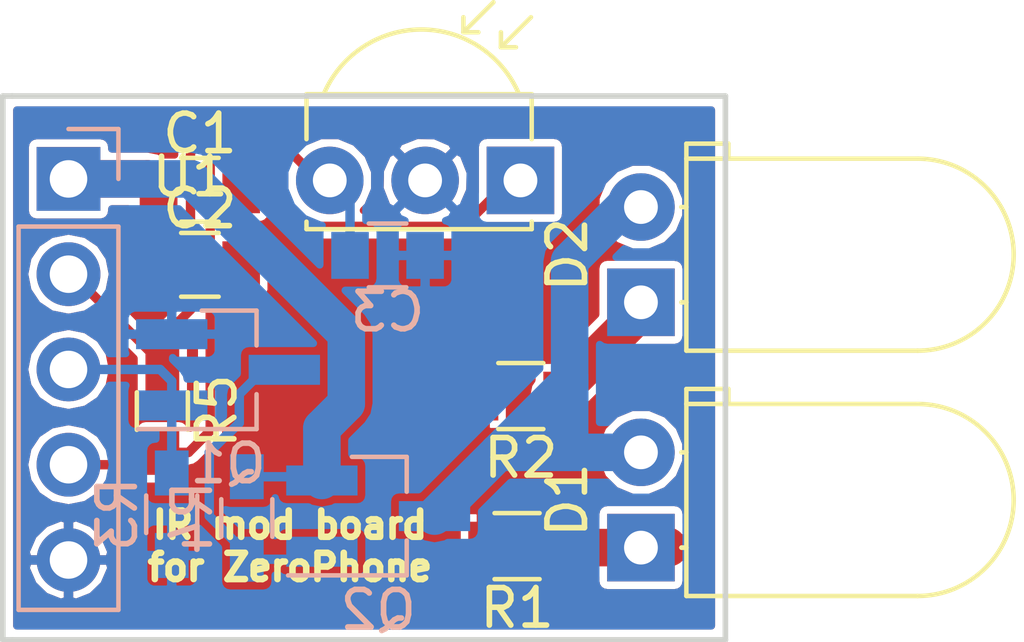
<source format=kicad_pcb>
(kicad_pcb (version 4) (host pcbnew 4.0.6)

  (general
    (links 25)
    (no_connects 0)
    (area 120.224999 99.739999 158.255 118.215)
    (thickness 1.6)
    (drawings 7)
    (tracks 69)
    (zones 0)
    (modules 14)
    (nets 10)
  )

  (page A4)
  (layers
    (0 F.Cu signal)
    (31 B.Cu signal)
    (32 B.Adhes user)
    (33 F.Adhes user)
    (34 B.Paste user)
    (35 F.Paste user)
    (36 B.SilkS user)
    (37 F.SilkS user)
    (38 B.Mask user)
    (39 F.Mask user)
    (40 Dwgs.User user)
    (41 Cmts.User user)
    (42 Eco1.User user)
    (43 Eco2.User user)
    (44 Edge.Cuts user)
    (45 Margin user)
    (46 B.CrtYd user hide)
    (47 F.CrtYd user hide)
    (48 B.Fab user hide)
    (49 F.Fab user hide)
  )

  (setup
    (last_trace_width 1)
    (user_trace_width 0.5)
    (user_trace_width 0.8)
    (user_trace_width 1)
    (trace_clearance 0.2)
    (zone_clearance 0.2)
    (zone_45_only no)
    (trace_min 0.2)
    (segment_width 0.2)
    (edge_width 0.15)
    (via_size 0.6)
    (via_drill 0.4)
    (via_min_size 0.4)
    (via_min_drill 0.3)
    (uvia_size 0.3)
    (uvia_drill 0.1)
    (uvias_allowed no)
    (uvia_min_size 0.2)
    (uvia_min_drill 0.1)
    (pcb_text_width 0.3)
    (pcb_text_size 1.5 1.5)
    (mod_edge_width 0.15)
    (mod_text_size 1 1)
    (mod_text_width 0.15)
    (pad_size 1 1.25)
    (pad_drill 0)
    (pad_to_mask_clearance 0.2)
    (aux_axis_origin 128.6 102.1)
    (visible_elements 7FFFFFFF)
    (pcbplotparams
      (layerselection 0x010f0_80000001)
      (usegerberextensions true)
      (usegerberattributes true)
      (excludeedgelayer true)
      (linewidth 0.100000)
      (plotframeref false)
      (viasonmask false)
      (mode 1)
      (useauxorigin true)
      (hpglpennumber 1)
      (hpglpenspeed 20)
      (hpglpendiameter 15)
      (hpglpenoverlay 2)
      (psnegative false)
      (psa4output false)
      (plotreference false)
      (plotvalue false)
      (plotinvisibletext false)
      (padsonsilk false)
      (subtractmaskfromsilk false)
      (outputformat 1)
      (mirror false)
      (drillshape 0)
      (scaleselection 1)
      (outputdirectory gerbers/))
  )

  (net 0 "")
  (net 1 VCC)
  (net 2 GND)
  (net 3 +3V3)
  (net 4 "Net-(D1-Pad1)")
  (net 5 "Net-(D1-Pad2)")
  (net 6 "Net-(D2-Pad1)")
  (net 7 IR_TX)
  (net 8 IR_RX)
  (net 9 "Net-(Q1-Pad3)")

  (net_class Default "This is the default net class."
    (clearance 0.2)
    (trace_width 0.25)
    (via_dia 0.6)
    (via_drill 0.4)
    (uvia_dia 0.3)
    (uvia_drill 0.1)
    (add_net +3V3)
    (add_net GND)
    (add_net IR_RX)
    (add_net IR_TX)
    (add_net "Net-(D1-Pad1)")
    (add_net "Net-(D1-Pad2)")
    (add_net "Net-(D2-Pad1)")
    (add_net "Net-(Q1-Pad3)")
    (add_net VCC)
  )

  (module Capacitors_SMD:C_0805 (layer F.Cu) (tedit 5992FB34) (tstamp 5992F155)
    (at 134.5 105)
    (descr "Capacitor SMD 0805, reflow soldering, AVX (see smccp.pdf)")
    (tags "capacitor 0805")
    (path /5992F338)
    (attr smd)
    (fp_text reference C1 (at 0 -1.5) (layer F.SilkS)
      (effects (font (size 1 1) (thickness 0.15)))
    )
    (fp_text value C_Small (at 0 1.75) (layer F.Fab)
      (effects (font (size 1 1) (thickness 0.15)))
    )
    (fp_text user %R (at 0 -1.5) (layer F.Fab)
      (effects (font (size 1 1) (thickness 0.15)))
    )
    (fp_line (start -1 0.62) (end -1 -0.62) (layer F.Fab) (width 0.1))
    (fp_line (start 1 0.62) (end -1 0.62) (layer F.Fab) (width 0.1))
    (fp_line (start 1 -0.62) (end 1 0.62) (layer F.Fab) (width 0.1))
    (fp_line (start -1 -0.62) (end 1 -0.62) (layer F.Fab) (width 0.1))
    (fp_line (start 0.5 -0.85) (end -0.5 -0.85) (layer F.SilkS) (width 0.12))
    (fp_line (start -0.5 0.85) (end 0.5 0.85) (layer F.SilkS) (width 0.12))
    (fp_line (start -1.75 -0.88) (end 1.75 -0.88) (layer F.CrtYd) (width 0.05))
    (fp_line (start -1.75 -0.88) (end -1.75 0.87) (layer F.CrtYd) (width 0.05))
    (fp_line (start 1.75 0.87) (end 1.75 -0.88) (layer F.CrtYd) (width 0.05))
    (fp_line (start 1.75 0.87) (end -1.75 0.87) (layer F.CrtYd) (width 0.05))
    (pad 1 smd rect (at -1.1 0) (size 1 1.25) (layers F.Cu F.Paste F.Mask)
      (net 1 VCC))
    (pad 2 smd rect (at 1.1 0) (size 1 1.25) (layers F.Cu F.Paste F.Mask)
      (net 2 GND))
    (model Capacitors_SMD.3dshapes/C_0805.wrl
      (at (xyz 0 0 0))
      (scale (xyz 1 1 1))
      (rotate (xyz 0 0 0))
    )
  )

  (module Capacitors_SMD:C_0805 (layer F.Cu) (tedit 5992FB2D) (tstamp 5992F15B)
    (at 134.5 107)
    (descr "Capacitor SMD 0805, reflow soldering, AVX (see smccp.pdf)")
    (tags "capacitor 0805")
    (path /5992F275)
    (attr smd)
    (fp_text reference C2 (at 0 -1.5) (layer F.SilkS)
      (effects (font (size 1 1) (thickness 0.15)))
    )
    (fp_text value C_Small (at 0 1.75) (layer F.Fab)
      (effects (font (size 1 1) (thickness 0.15)))
    )
    (fp_text user %R (at 0 -1.5) (layer F.Fab)
      (effects (font (size 1 1) (thickness 0.15)))
    )
    (fp_line (start -1 0.62) (end -1 -0.62) (layer F.Fab) (width 0.1))
    (fp_line (start 1 0.62) (end -1 0.62) (layer F.Fab) (width 0.1))
    (fp_line (start 1 -0.62) (end 1 0.62) (layer F.Fab) (width 0.1))
    (fp_line (start -1 -0.62) (end 1 -0.62) (layer F.Fab) (width 0.1))
    (fp_line (start 0.5 -0.85) (end -0.5 -0.85) (layer F.SilkS) (width 0.12))
    (fp_line (start -0.5 0.85) (end 0.5 0.85) (layer F.SilkS) (width 0.12))
    (fp_line (start -1.75 -0.88) (end 1.75 -0.88) (layer F.CrtYd) (width 0.05))
    (fp_line (start -1.75 -0.88) (end -1.75 0.87) (layer F.CrtYd) (width 0.05))
    (fp_line (start 1.75 0.87) (end 1.75 -0.88) (layer F.CrtYd) (width 0.05))
    (fp_line (start 1.75 0.87) (end -1.75 0.87) (layer F.CrtYd) (width 0.05))
    (pad 1 smd rect (at -1.1 0) (size 1 1.25) (layers F.Cu F.Paste F.Mask)
      (net 1 VCC))
    (pad 2 smd rect (at 1.1 0) (size 1 1.25) (layers F.Cu F.Paste F.Mask)
      (net 2 GND))
    (model Capacitors_SMD.3dshapes/C_0805.wrl
      (at (xyz 0 0 0))
      (scale (xyz 1 1 1))
      (rotate (xyz 0 0 0))
    )
  )

  (module LEDs:LED_D5.0mm_Horizontal_O1.27mm_Z3.0mm (layer F.Cu) (tedit 5880A862) (tstamp 5992F161)
    (at 146.25 114.54 90)
    (descr "LED, diameter 5.0mm z-position of LED center 3.0mm, 2 pins")
    (tags "LED diameter 5.0mm z-position of LED center 3.0mm 2 pins")
    (path /5992EDD3)
    (fp_text reference D1 (at 1.27 -1.96 90) (layer F.SilkS)
      (effects (font (size 1 1) (thickness 0.15)))
    )
    (fp_text value LED (at 1.27 10.93 90) (layer F.Fab)
      (effects (font (size 1 1) (thickness 0.15)))
    )
    (fp_arc (start 1.27 7.37) (end -1.23 7.37) (angle -180) (layer F.Fab) (width 0.1))
    (fp_arc (start 1.27 7.37) (end -1.29 7.37) (angle -180) (layer F.SilkS) (width 0.12))
    (fp_line (start -1.23 1.27) (end -1.23 7.37) (layer F.Fab) (width 0.1))
    (fp_line (start 3.77 1.27) (end 3.77 7.37) (layer F.Fab) (width 0.1))
    (fp_line (start -1.23 1.27) (end 3.77 1.27) (layer F.Fab) (width 0.1))
    (fp_line (start 4.17 1.27) (end 4.17 2.27) (layer F.Fab) (width 0.1))
    (fp_line (start 4.17 2.27) (end 3.77 2.27) (layer F.Fab) (width 0.1))
    (fp_line (start 3.77 2.27) (end 3.77 1.27) (layer F.Fab) (width 0.1))
    (fp_line (start 3.77 1.27) (end 4.17 1.27) (layer F.Fab) (width 0.1))
    (fp_line (start 0 0) (end 0 1.27) (layer F.Fab) (width 0.1))
    (fp_line (start 0 1.27) (end 0 1.27) (layer F.Fab) (width 0.1))
    (fp_line (start 0 1.27) (end 0 0) (layer F.Fab) (width 0.1))
    (fp_line (start 0 0) (end 0 0) (layer F.Fab) (width 0.1))
    (fp_line (start 2.54 0) (end 2.54 1.27) (layer F.Fab) (width 0.1))
    (fp_line (start 2.54 1.27) (end 2.54 1.27) (layer F.Fab) (width 0.1))
    (fp_line (start 2.54 1.27) (end 2.54 0) (layer F.Fab) (width 0.1))
    (fp_line (start 2.54 0) (end 2.54 0) (layer F.Fab) (width 0.1))
    (fp_line (start -1.29 1.21) (end -1.29 7.37) (layer F.SilkS) (width 0.12))
    (fp_line (start 3.83 1.21) (end 3.83 7.37) (layer F.SilkS) (width 0.12))
    (fp_line (start -1.29 1.21) (end 3.83 1.21) (layer F.SilkS) (width 0.12))
    (fp_line (start 4.23 1.21) (end 4.23 2.33) (layer F.SilkS) (width 0.12))
    (fp_line (start 4.23 2.33) (end 3.83 2.33) (layer F.SilkS) (width 0.12))
    (fp_line (start 3.83 2.33) (end 3.83 1.21) (layer F.SilkS) (width 0.12))
    (fp_line (start 3.83 1.21) (end 4.23 1.21) (layer F.SilkS) (width 0.12))
    (fp_line (start 0 1.08) (end 0 1.21) (layer F.SilkS) (width 0.12))
    (fp_line (start 0 1.21) (end 0 1.21) (layer F.SilkS) (width 0.12))
    (fp_line (start 0 1.21) (end 0 1.08) (layer F.SilkS) (width 0.12))
    (fp_line (start 0 1.08) (end 0 1.08) (layer F.SilkS) (width 0.12))
    (fp_line (start 2.54 1.08) (end 2.54 1.21) (layer F.SilkS) (width 0.12))
    (fp_line (start 2.54 1.21) (end 2.54 1.21) (layer F.SilkS) (width 0.12))
    (fp_line (start 2.54 1.21) (end 2.54 1.08) (layer F.SilkS) (width 0.12))
    (fp_line (start 2.54 1.08) (end 2.54 1.08) (layer F.SilkS) (width 0.12))
    (fp_line (start -1.95 -1.25) (end -1.95 10.2) (layer F.CrtYd) (width 0.05))
    (fp_line (start -1.95 10.2) (end 4.5 10.2) (layer F.CrtYd) (width 0.05))
    (fp_line (start 4.5 10.2) (end 4.5 -1.25) (layer F.CrtYd) (width 0.05))
    (fp_line (start 4.5 -1.25) (end -1.95 -1.25) (layer F.CrtYd) (width 0.05))
    (pad 1 thru_hole rect (at 0 0 90) (size 1.8 1.8) (drill 0.9) (layers *.Cu *.Mask)
      (net 4 "Net-(D1-Pad1)"))
    (pad 2 thru_hole circle (at 2.54 0 90) (size 1.8 1.8) (drill 0.9) (layers *.Cu *.Mask)
      (net 5 "Net-(D1-Pad2)"))
    (model ${KISYS3DMOD}/LEDs.3dshapes/LED_D5.0mm_Horizontal_O1.27mm_Z3.0mm.wrl
      (at (xyz 0 0 0))
      (scale (xyz 0.393701 0.393701 0.393701))
      (rotate (xyz 0 0 0))
    )
  )

  (module LEDs:LED_D5.0mm_Horizontal_O1.27mm_Z3.0mm (layer F.Cu) (tedit 5880A862) (tstamp 5992F167)
    (at 146.25 108 90)
    (descr "LED, diameter 5.0mm z-position of LED center 3.0mm, 2 pins")
    (tags "LED diameter 5.0mm z-position of LED center 3.0mm 2 pins")
    (path /5992EE73)
    (fp_text reference D2 (at 1.27 -1.96 90) (layer F.SilkS)
      (effects (font (size 1 1) (thickness 0.15)))
    )
    (fp_text value LED (at 1.27 10.93 90) (layer F.Fab)
      (effects (font (size 1 1) (thickness 0.15)))
    )
    (fp_arc (start 1.27 7.37) (end -1.23 7.37) (angle -180) (layer F.Fab) (width 0.1))
    (fp_arc (start 1.27 7.37) (end -1.29 7.37) (angle -180) (layer F.SilkS) (width 0.12))
    (fp_line (start -1.23 1.27) (end -1.23 7.37) (layer F.Fab) (width 0.1))
    (fp_line (start 3.77 1.27) (end 3.77 7.37) (layer F.Fab) (width 0.1))
    (fp_line (start -1.23 1.27) (end 3.77 1.27) (layer F.Fab) (width 0.1))
    (fp_line (start 4.17 1.27) (end 4.17 2.27) (layer F.Fab) (width 0.1))
    (fp_line (start 4.17 2.27) (end 3.77 2.27) (layer F.Fab) (width 0.1))
    (fp_line (start 3.77 2.27) (end 3.77 1.27) (layer F.Fab) (width 0.1))
    (fp_line (start 3.77 1.27) (end 4.17 1.27) (layer F.Fab) (width 0.1))
    (fp_line (start 0 0) (end 0 1.27) (layer F.Fab) (width 0.1))
    (fp_line (start 0 1.27) (end 0 1.27) (layer F.Fab) (width 0.1))
    (fp_line (start 0 1.27) (end 0 0) (layer F.Fab) (width 0.1))
    (fp_line (start 0 0) (end 0 0) (layer F.Fab) (width 0.1))
    (fp_line (start 2.54 0) (end 2.54 1.27) (layer F.Fab) (width 0.1))
    (fp_line (start 2.54 1.27) (end 2.54 1.27) (layer F.Fab) (width 0.1))
    (fp_line (start 2.54 1.27) (end 2.54 0) (layer F.Fab) (width 0.1))
    (fp_line (start 2.54 0) (end 2.54 0) (layer F.Fab) (width 0.1))
    (fp_line (start -1.29 1.21) (end -1.29 7.37) (layer F.SilkS) (width 0.12))
    (fp_line (start 3.83 1.21) (end 3.83 7.37) (layer F.SilkS) (width 0.12))
    (fp_line (start -1.29 1.21) (end 3.83 1.21) (layer F.SilkS) (width 0.12))
    (fp_line (start 4.23 1.21) (end 4.23 2.33) (layer F.SilkS) (width 0.12))
    (fp_line (start 4.23 2.33) (end 3.83 2.33) (layer F.SilkS) (width 0.12))
    (fp_line (start 3.83 2.33) (end 3.83 1.21) (layer F.SilkS) (width 0.12))
    (fp_line (start 3.83 1.21) (end 4.23 1.21) (layer F.SilkS) (width 0.12))
    (fp_line (start 0 1.08) (end 0 1.21) (layer F.SilkS) (width 0.12))
    (fp_line (start 0 1.21) (end 0 1.21) (layer F.SilkS) (width 0.12))
    (fp_line (start 0 1.21) (end 0 1.08) (layer F.SilkS) (width 0.12))
    (fp_line (start 0 1.08) (end 0 1.08) (layer F.SilkS) (width 0.12))
    (fp_line (start 2.54 1.08) (end 2.54 1.21) (layer F.SilkS) (width 0.12))
    (fp_line (start 2.54 1.21) (end 2.54 1.21) (layer F.SilkS) (width 0.12))
    (fp_line (start 2.54 1.21) (end 2.54 1.08) (layer F.SilkS) (width 0.12))
    (fp_line (start 2.54 1.08) (end 2.54 1.08) (layer F.SilkS) (width 0.12))
    (fp_line (start -1.95 -1.25) (end -1.95 10.2) (layer F.CrtYd) (width 0.05))
    (fp_line (start -1.95 10.2) (end 4.5 10.2) (layer F.CrtYd) (width 0.05))
    (fp_line (start 4.5 10.2) (end 4.5 -1.25) (layer F.CrtYd) (width 0.05))
    (fp_line (start 4.5 -1.25) (end -1.95 -1.25) (layer F.CrtYd) (width 0.05))
    (pad 1 thru_hole rect (at 0 0 90) (size 1.8 1.8) (drill 0.9) (layers *.Cu *.Mask)
      (net 6 "Net-(D2-Pad1)"))
    (pad 2 thru_hole circle (at 2.54 0 90) (size 1.8 1.8) (drill 0.9) (layers *.Cu *.Mask)
      (net 5 "Net-(D1-Pad2)"))
    (model ${KISYS3DMOD}/LEDs.3dshapes/LED_D5.0mm_Horizontal_O1.27mm_Z3.0mm.wrl
      (at (xyz 0 0 0))
      (scale (xyz 0.393701 0.393701 0.393701))
      (rotate (xyz 0 0 0))
    )
  )

  (module TO_SOT_Packages_SMD:SOT-23_Handsoldering (layer B.Cu) (tedit 58CE4E7E) (tstamp 5992F177)
    (at 135.25 109.8)
    (descr "SOT-23, Handsoldering")
    (tags SOT-23)
    (path /5992E8BE)
    (attr smd)
    (fp_text reference Q1 (at 0 2.5) (layer B.SilkS)
      (effects (font (size 1 1) (thickness 0.15)) (justify mirror))
    )
    (fp_text value Q_NMOS_GSD (at 0 -2.5) (layer B.Fab)
      (effects (font (size 1 1) (thickness 0.15)) (justify mirror))
    )
    (fp_text user %R (at 0 0 270) (layer B.Fab)
      (effects (font (size 0.5 0.5) (thickness 0.075)) (justify mirror))
    )
    (fp_line (start 0.76 -1.58) (end 0.76 -0.65) (layer B.SilkS) (width 0.12))
    (fp_line (start 0.76 1.58) (end 0.76 0.65) (layer B.SilkS) (width 0.12))
    (fp_line (start -2.7 1.75) (end 2.7 1.75) (layer B.CrtYd) (width 0.05))
    (fp_line (start 2.7 1.75) (end 2.7 -1.75) (layer B.CrtYd) (width 0.05))
    (fp_line (start 2.7 -1.75) (end -2.7 -1.75) (layer B.CrtYd) (width 0.05))
    (fp_line (start -2.7 -1.75) (end -2.7 1.75) (layer B.CrtYd) (width 0.05))
    (fp_line (start 0.76 1.58) (end -2.4 1.58) (layer B.SilkS) (width 0.12))
    (fp_line (start -0.7 0.95) (end -0.7 -1.5) (layer B.Fab) (width 0.1))
    (fp_line (start -0.15 1.52) (end 0.7 1.52) (layer B.Fab) (width 0.1))
    (fp_line (start -0.7 0.95) (end -0.15 1.52) (layer B.Fab) (width 0.1))
    (fp_line (start 0.7 1.52) (end 0.7 -1.52) (layer B.Fab) (width 0.1))
    (fp_line (start -0.7 -1.52) (end 0.7 -1.52) (layer B.Fab) (width 0.1))
    (fp_line (start 0.76 -1.58) (end -0.7 -1.58) (layer B.SilkS) (width 0.12))
    (pad 1 smd rect (at -1.5 0.95) (size 1.9 0.8) (layers B.Cu B.Paste B.Mask)
      (net 7 IR_TX))
    (pad 2 smd rect (at -1.5 -0.95) (size 1.9 0.8) (layers B.Cu B.Paste B.Mask)
      (net 2 GND))
    (pad 3 smd rect (at 1.5 0) (size 1.9 0.8) (layers B.Cu B.Paste B.Mask)
      (net 9 "Net-(Q1-Pad3)"))
    (model ${KISYS3DMOD}/TO_SOT_Packages_SMD.3dshapes\SOT-23.wrl
      (at (xyz 0 0 0))
      (scale (xyz 1 1 1))
      (rotate (xyz 0 0 90))
    )
  )

  (module TO_SOT_Packages_SMD:SOT-23_Handsoldering (layer B.Cu) (tedit 58CE4E7E) (tstamp 5992F17E)
    (at 139.25 113.7)
    (descr "SOT-23, Handsoldering")
    (tags SOT-23)
    (path /5992E9E8)
    (attr smd)
    (fp_text reference Q2 (at 0 2.5) (layer B.SilkS)
      (effects (font (size 1 1) (thickness 0.15)) (justify mirror))
    )
    (fp_text value Q_PMOS_GSD (at 0 -2.5) (layer B.Fab)
      (effects (font (size 1 1) (thickness 0.15)) (justify mirror))
    )
    (fp_text user %R (at 0 0 270) (layer B.Fab)
      (effects (font (size 0.5 0.5) (thickness 0.075)) (justify mirror))
    )
    (fp_line (start 0.76 -1.58) (end 0.76 -0.65) (layer B.SilkS) (width 0.12))
    (fp_line (start 0.76 1.58) (end 0.76 0.65) (layer B.SilkS) (width 0.12))
    (fp_line (start -2.7 1.75) (end 2.7 1.75) (layer B.CrtYd) (width 0.05))
    (fp_line (start 2.7 1.75) (end 2.7 -1.75) (layer B.CrtYd) (width 0.05))
    (fp_line (start 2.7 -1.75) (end -2.7 -1.75) (layer B.CrtYd) (width 0.05))
    (fp_line (start -2.7 -1.75) (end -2.7 1.75) (layer B.CrtYd) (width 0.05))
    (fp_line (start 0.76 1.58) (end -2.4 1.58) (layer B.SilkS) (width 0.12))
    (fp_line (start -0.7 0.95) (end -0.7 -1.5) (layer B.Fab) (width 0.1))
    (fp_line (start -0.15 1.52) (end 0.7 1.52) (layer B.Fab) (width 0.1))
    (fp_line (start -0.7 0.95) (end -0.15 1.52) (layer B.Fab) (width 0.1))
    (fp_line (start 0.7 1.52) (end 0.7 -1.52) (layer B.Fab) (width 0.1))
    (fp_line (start -0.7 -1.52) (end 0.7 -1.52) (layer B.Fab) (width 0.1))
    (fp_line (start 0.76 -1.58) (end -0.7 -1.58) (layer B.SilkS) (width 0.12))
    (pad 1 smd rect (at -1.5 0.95) (size 1.9 0.8) (layers B.Cu B.Paste B.Mask)
      (net 9 "Net-(Q1-Pad3)"))
    (pad 2 smd rect (at -1.5 -0.95) (size 1.9 0.8) (layers B.Cu B.Paste B.Mask)
      (net 1 VCC))
    (pad 3 smd rect (at 1.5 0) (size 1.9 0.8) (layers B.Cu B.Paste B.Mask)
      (net 5 "Net-(D1-Pad2)"))
    (model ${KISYS3DMOD}/TO_SOT_Packages_SMD.3dshapes\SOT-23.wrl
      (at (xyz 0 0 0))
      (scale (xyz 1 1 1))
      (rotate (xyz 0 0 90))
    )
  )

  (module Resistors_SMD:R_0805 (layer F.Cu) (tedit 58E0A804) (tstamp 5992F184)
    (at 142.95 114.5 180)
    (descr "Resistor SMD 0805, reflow soldering, Vishay (see dcrcw.pdf)")
    (tags "resistor 0805")
    (path /5992EE18)
    (attr smd)
    (fp_text reference R1 (at 0 -1.65 180) (layer F.SilkS)
      (effects (font (size 1 1) (thickness 0.15)))
    )
    (fp_text value R_Small (at 0 1.75 180) (layer F.Fab)
      (effects (font (size 1 1) (thickness 0.15)))
    )
    (fp_text user %R (at 0 0 180) (layer F.Fab)
      (effects (font (size 0.5 0.5) (thickness 0.075)))
    )
    (fp_line (start -1 0.62) (end -1 -0.62) (layer F.Fab) (width 0.1))
    (fp_line (start 1 0.62) (end -1 0.62) (layer F.Fab) (width 0.1))
    (fp_line (start 1 -0.62) (end 1 0.62) (layer F.Fab) (width 0.1))
    (fp_line (start -1 -0.62) (end 1 -0.62) (layer F.Fab) (width 0.1))
    (fp_line (start 0.6 0.88) (end -0.6 0.88) (layer F.SilkS) (width 0.12))
    (fp_line (start -0.6 -0.88) (end 0.6 -0.88) (layer F.SilkS) (width 0.12))
    (fp_line (start -1.55 -0.9) (end 1.55 -0.9) (layer F.CrtYd) (width 0.05))
    (fp_line (start -1.55 -0.9) (end -1.55 0.9) (layer F.CrtYd) (width 0.05))
    (fp_line (start 1.55 0.9) (end 1.55 -0.9) (layer F.CrtYd) (width 0.05))
    (fp_line (start 1.55 0.9) (end -1.55 0.9) (layer F.CrtYd) (width 0.05))
    (pad 1 smd rect (at -0.95 0 180) (size 0.7 1.3) (layers F.Cu F.Paste F.Mask)
      (net 4 "Net-(D1-Pad1)"))
    (pad 2 smd rect (at 0.95 0 180) (size 0.7 1.3) (layers F.Cu F.Paste F.Mask)
      (net 2 GND))
    (model ${KISYS3DMOD}/Resistors_SMD.3dshapes/R_0805.wrl
      (at (xyz 0 0 0))
      (scale (xyz 1 1 1))
      (rotate (xyz 0 0 0))
    )
  )

  (module Resistors_SMD:R_0805 (layer F.Cu) (tedit 58E0A804) (tstamp 5992F18A)
    (at 143.05 110.5 180)
    (descr "Resistor SMD 0805, reflow soldering, Vishay (see dcrcw.pdf)")
    (tags "resistor 0805")
    (path /5992EED7)
    (attr smd)
    (fp_text reference R2 (at 0 -1.65 180) (layer F.SilkS)
      (effects (font (size 1 1) (thickness 0.15)))
    )
    (fp_text value R_Small (at 0 1.75 180) (layer F.Fab)
      (effects (font (size 1 1) (thickness 0.15)))
    )
    (fp_text user %R (at 0 0 180) (layer F.Fab)
      (effects (font (size 0.5 0.5) (thickness 0.075)))
    )
    (fp_line (start -1 0.62) (end -1 -0.62) (layer F.Fab) (width 0.1))
    (fp_line (start 1 0.62) (end -1 0.62) (layer F.Fab) (width 0.1))
    (fp_line (start 1 -0.62) (end 1 0.62) (layer F.Fab) (width 0.1))
    (fp_line (start -1 -0.62) (end 1 -0.62) (layer F.Fab) (width 0.1))
    (fp_line (start 0.6 0.88) (end -0.6 0.88) (layer F.SilkS) (width 0.12))
    (fp_line (start -0.6 -0.88) (end 0.6 -0.88) (layer F.SilkS) (width 0.12))
    (fp_line (start -1.55 -0.9) (end 1.55 -0.9) (layer F.CrtYd) (width 0.05))
    (fp_line (start -1.55 -0.9) (end -1.55 0.9) (layer F.CrtYd) (width 0.05))
    (fp_line (start 1.55 0.9) (end 1.55 -0.9) (layer F.CrtYd) (width 0.05))
    (fp_line (start 1.55 0.9) (end -1.55 0.9) (layer F.CrtYd) (width 0.05))
    (pad 1 smd rect (at -0.95 0 180) (size 0.7 1.3) (layers F.Cu F.Paste F.Mask)
      (net 6 "Net-(D2-Pad1)"))
    (pad 2 smd rect (at 0.95 0 180) (size 0.7 1.3) (layers F.Cu F.Paste F.Mask)
      (net 2 GND))
    (model ${KISYS3DMOD}/Resistors_SMD.3dshapes/R_0805.wrl
      (at (xyz 0 0 0))
      (scale (xyz 1 1 1))
      (rotate (xyz 0 0 0))
    )
  )

  (module Resistors_SMD:R_0603_HandSoldering (layer B.Cu) (tedit 58E0A804) (tstamp 5992F190)
    (at 133.75 113.65 270)
    (descr "Resistor SMD 0603, hand soldering")
    (tags "resistor 0603")
    (path /5992EA91)
    (attr smd)
    (fp_text reference R3 (at 0 1.45 270) (layer B.SilkS)
      (effects (font (size 1 1) (thickness 0.15)) (justify mirror))
    )
    (fp_text value R_Small (at 0 -1.55 270) (layer B.Fab)
      (effects (font (size 1 1) (thickness 0.15)) (justify mirror))
    )
    (fp_text user %R (at 0 0 270) (layer B.Fab)
      (effects (font (size 0.4 0.4) (thickness 0.075)) (justify mirror))
    )
    (fp_line (start -0.8 -0.4) (end -0.8 0.4) (layer B.Fab) (width 0.1))
    (fp_line (start 0.8 -0.4) (end -0.8 -0.4) (layer B.Fab) (width 0.1))
    (fp_line (start 0.8 0.4) (end 0.8 -0.4) (layer B.Fab) (width 0.1))
    (fp_line (start -0.8 0.4) (end 0.8 0.4) (layer B.Fab) (width 0.1))
    (fp_line (start 0.5 -0.68) (end -0.5 -0.68) (layer B.SilkS) (width 0.12))
    (fp_line (start -0.5 0.68) (end 0.5 0.68) (layer B.SilkS) (width 0.12))
    (fp_line (start -1.96 0.7) (end 1.95 0.7) (layer B.CrtYd) (width 0.05))
    (fp_line (start -1.96 0.7) (end -1.96 -0.7) (layer B.CrtYd) (width 0.05))
    (fp_line (start 1.95 -0.7) (end 1.95 0.7) (layer B.CrtYd) (width 0.05))
    (fp_line (start 1.95 -0.7) (end -1.96 -0.7) (layer B.CrtYd) (width 0.05))
    (pad 1 smd rect (at -1.1 0 270) (size 1.2 0.9) (layers B.Cu B.Paste B.Mask)
      (net 7 IR_TX))
    (pad 2 smd rect (at 1.1 0 270) (size 1.2 0.9) (layers B.Cu B.Paste B.Mask)
      (net 2 GND))
    (model ${KISYS3DMOD}/Resistors_SMD.3dshapes/R_0603.wrl
      (at (xyz 0 0 0))
      (scale (xyz 1 1 1))
      (rotate (xyz 0 0 0))
    )
  )

  (module Resistors_SMD:R_0603_HandSoldering (layer B.Cu) (tedit 58E0A804) (tstamp 5992F196)
    (at 135.75 113.75 270)
    (descr "Resistor SMD 0603, hand soldering")
    (tags "resistor 0603")
    (path /5992EBD4)
    (attr smd)
    (fp_text reference R4 (at 0 1.45 270) (layer B.SilkS)
      (effects (font (size 1 1) (thickness 0.15)) (justify mirror))
    )
    (fp_text value R_Small (at 0 -1.55 270) (layer B.Fab)
      (effects (font (size 1 1) (thickness 0.15)) (justify mirror))
    )
    (fp_text user %R (at 0 0 270) (layer B.Fab)
      (effects (font (size 0.4 0.4) (thickness 0.075)) (justify mirror))
    )
    (fp_line (start -0.8 -0.4) (end -0.8 0.4) (layer B.Fab) (width 0.1))
    (fp_line (start 0.8 -0.4) (end -0.8 -0.4) (layer B.Fab) (width 0.1))
    (fp_line (start 0.8 0.4) (end 0.8 -0.4) (layer B.Fab) (width 0.1))
    (fp_line (start -0.8 0.4) (end 0.8 0.4) (layer B.Fab) (width 0.1))
    (fp_line (start 0.5 -0.68) (end -0.5 -0.68) (layer B.SilkS) (width 0.12))
    (fp_line (start -0.5 0.68) (end 0.5 0.68) (layer B.SilkS) (width 0.12))
    (fp_line (start -1.96 0.7) (end 1.95 0.7) (layer B.CrtYd) (width 0.05))
    (fp_line (start -1.96 0.7) (end -1.96 -0.7) (layer B.CrtYd) (width 0.05))
    (fp_line (start 1.95 -0.7) (end 1.95 0.7) (layer B.CrtYd) (width 0.05))
    (fp_line (start 1.95 -0.7) (end -1.96 -0.7) (layer B.CrtYd) (width 0.05))
    (pad 1 smd rect (at -1.1 0 270) (size 1.2 0.9) (layers B.Cu B.Paste B.Mask)
      (net 1 VCC))
    (pad 2 smd rect (at 1.1 0 270) (size 1.2 0.9) (layers B.Cu B.Paste B.Mask)
      (net 9 "Net-(Q1-Pad3)"))
    (model ${KISYS3DMOD}/Resistors_SMD.3dshapes/R_0603.wrl
      (at (xyz 0 0 0))
      (scale (xyz 1 1 1))
      (rotate (xyz 0 0 0))
    )
  )

  (module Resistors_SMD:R_0603_HandSoldering (layer F.Cu) (tedit 58E0A804) (tstamp 5992F19C)
    (at 133.5 110.9 270)
    (descr "Resistor SMD 0603, hand soldering")
    (tags "resistor 0603")
    (path /5992FB7C)
    (attr smd)
    (fp_text reference R5 (at 0 -1.45 270) (layer F.SilkS)
      (effects (font (size 1 1) (thickness 0.15)))
    )
    (fp_text value R_Small (at 0 1.55 270) (layer F.Fab)
      (effects (font (size 1 1) (thickness 0.15)))
    )
    (fp_text user %R (at 0 0 270) (layer F.Fab)
      (effects (font (size 0.4 0.4) (thickness 0.075)))
    )
    (fp_line (start -0.8 0.4) (end -0.8 -0.4) (layer F.Fab) (width 0.1))
    (fp_line (start 0.8 0.4) (end -0.8 0.4) (layer F.Fab) (width 0.1))
    (fp_line (start 0.8 -0.4) (end 0.8 0.4) (layer F.Fab) (width 0.1))
    (fp_line (start -0.8 -0.4) (end 0.8 -0.4) (layer F.Fab) (width 0.1))
    (fp_line (start 0.5 0.68) (end -0.5 0.68) (layer F.SilkS) (width 0.12))
    (fp_line (start -0.5 -0.68) (end 0.5 -0.68) (layer F.SilkS) (width 0.12))
    (fp_line (start -1.96 -0.7) (end 1.95 -0.7) (layer F.CrtYd) (width 0.05))
    (fp_line (start -1.96 -0.7) (end -1.96 0.7) (layer F.CrtYd) (width 0.05))
    (fp_line (start 1.95 0.7) (end 1.95 -0.7) (layer F.CrtYd) (width 0.05))
    (fp_line (start 1.95 0.7) (end -1.96 0.7) (layer F.CrtYd) (width 0.05))
    (pad 1 smd rect (at -1.1 0 270) (size 1.2 0.9) (layers F.Cu F.Paste F.Mask)
      (net 3 +3V3))
    (pad 2 smd rect (at 1.1 0 270) (size 1.2 0.9) (layers F.Cu F.Paste F.Mask)
      (net 8 IR_RX))
    (model ${KISYS3DMOD}/Resistors_SMD.3dshapes/R_0603.wrl
      (at (xyz 0 0 0))
      (scale (xyz 1 1 1))
      (rotate (xyz 0 0 0))
    )
  )

  (module Opto-Devices:IRReceiver_Vishay_MOLD-3pin (layer F.Cu) (tedit 588C8EE1) (tstamp 5992F1A3)
    (at 143.04 104.75 180)
    (descr "IR Receiver Vishay TSOP-xxxx, MOLD package")
    (tags "IR Receiver Vishay TSOP-xxxx MOLD")
    (path /5992FA79)
    (fp_text reference U1 (at 8.8 0.1 360) (layer F.SilkS)
      (effects (font (size 1 1) (thickness 0.15)))
    )
    (fp_text value TSOP45xx (at 2.54 -2.15 360) (layer F.Fab)
      (effects (font (size 1 1) (thickness 0.15)))
    )
    (fp_line (start 5.6 2.2) (end -0.2 2.2) (layer F.Fab) (width 0.1))
    (fp_line (start -0.2 2.2) (end -0.25 -1.25) (layer F.Fab) (width 0.1))
    (fp_line (start -0.25 -1.25) (end 5.6 -1.25) (layer F.Fab) (width 0.1))
    (fp_line (start 5.6 -1.25) (end 5.6 2.2) (layer F.Fab) (width 0.1))
    (fp_line (start 5.7 2.3) (end 5.7 1.1) (layer F.SilkS) (width 0.12))
    (fp_line (start 5.7 -1.3) (end 5.7 -1.1) (layer F.SilkS) (width 0.12))
    (fp_line (start -0.3 -1.3) (end -0.3 -1.1) (layer F.SilkS) (width 0.12))
    (fp_line (start 5.7 2.3) (end -0.3 2.3) (layer F.SilkS) (width 0.12))
    (fp_line (start -0.3 2.3) (end -0.3 1.1) (layer F.SilkS) (width 0.12))
    (fp_line (start 5.7 -1.3) (end -0.3 -1.3) (layer F.SilkS) (width 0.12))
    (fp_line (start 0.52 3.55) (end 0.12 3.55) (layer F.SilkS) (width 0.12))
    (fp_line (start 0.52 3.55) (end 0.52 3.95) (layer F.SilkS) (width 0.12))
    (fp_line (start 0.52 3.55) (end -0.28 4.35) (layer F.SilkS) (width 0.12))
    (fp_line (start 1.52 3.95) (end 0.72 4.75) (layer F.SilkS) (width 0.12))
    (fp_line (start 1.52 3.95) (end 1.52 4.35) (layer F.SilkS) (width 0.12))
    (fp_line (start 1.52 3.95) (end 1.12 3.95) (layer F.SilkS) (width 0.12))
    (fp_line (start 6.23 4.13) (end -1.15 4.13) (layer F.CrtYd) (width 0.05))
    (fp_line (start 6.23 4.13) (end 6.23 -1.5) (layer F.CrtYd) (width 0.05))
    (fp_line (start -1.15 -1.5) (end -1.15 4.13) (layer F.CrtYd) (width 0.05))
    (fp_line (start -1.15 -1.5) (end 6.23 -1.5) (layer F.CrtYd) (width 0.05))
    (fp_arc (start 2.64 1.2) (end 5.24 2.3) (angle 133) (layer F.SilkS) (width 0.12))
    (fp_arc (start 2.64 1.15) (end 5.14 2.25) (angle 132) (layer F.Fab) (width 0.1))
    (pad 1 thru_hole rect (at 0 0 180) (size 1.8 1.8) (drill 0.9) (layers *.Cu *.Mask)
      (net 8 IR_RX))
    (pad 2 thru_hole circle (at 2.54 0 180) (size 1.8 1.8) (drill 0.9) (layers *.Cu *.Mask)
      (net 2 GND))
    (pad 3 thru_hole circle (at 5.08 0 180) (size 1.8 1.8) (drill 0.9) (layers *.Cu *.Mask)
      (net 3 +3V3))
  )

  (module Capacitors_SMD:C_0805 (layer B.Cu) (tedit 58AA8463) (tstamp 5992FA71)
    (at 139.5 106.75)
    (descr "Capacitor SMD 0805, reflow soldering, AVX (see smccp.pdf)")
    (tags "capacitor 0805")
    (path /5993078A)
    (attr smd)
    (fp_text reference C3 (at 0 1.5) (layer B.SilkS)
      (effects (font (size 1 1) (thickness 0.15)) (justify mirror))
    )
    (fp_text value C_Small (at 0 -1.75) (layer B.Fab)
      (effects (font (size 1 1) (thickness 0.15)) (justify mirror))
    )
    (fp_text user %R (at 0 1.5) (layer B.Fab)
      (effects (font (size 1 1) (thickness 0.15)) (justify mirror))
    )
    (fp_line (start -1 -0.62) (end -1 0.62) (layer B.Fab) (width 0.1))
    (fp_line (start 1 -0.62) (end -1 -0.62) (layer B.Fab) (width 0.1))
    (fp_line (start 1 0.62) (end 1 -0.62) (layer B.Fab) (width 0.1))
    (fp_line (start -1 0.62) (end 1 0.62) (layer B.Fab) (width 0.1))
    (fp_line (start 0.5 0.85) (end -0.5 0.85) (layer B.SilkS) (width 0.12))
    (fp_line (start -0.5 -0.85) (end 0.5 -0.85) (layer B.SilkS) (width 0.12))
    (fp_line (start -1.75 0.88) (end 1.75 0.88) (layer B.CrtYd) (width 0.05))
    (fp_line (start -1.75 0.88) (end -1.75 -0.87) (layer B.CrtYd) (width 0.05))
    (fp_line (start 1.75 -0.87) (end 1.75 0.88) (layer B.CrtYd) (width 0.05))
    (fp_line (start 1.75 -0.87) (end -1.75 -0.87) (layer B.CrtYd) (width 0.05))
    (pad 1 smd rect (at -1 0) (size 1 1.25) (layers B.Cu B.Paste B.Mask)
      (net 3 +3V3))
    (pad 2 smd rect (at 1 0) (size 1 1.25) (layers B.Cu B.Paste B.Mask)
      (net 2 GND))
    (model Capacitors_SMD.3dshapes/C_0805.wrl
      (at (xyz 0 0 0))
      (scale (xyz 1 1 1))
      (rotate (xyz 0 0 0))
    )
  )

  (module Pin_Headers:Pin_Header_Straight_1x05_Pitch2.54mm (layer B.Cu) (tedit 59A48127) (tstamp 5992F170)
    (at 131 104.71 180)
    (descr "Through hole straight pin header, 1x05, 2.54mm pitch, single row")
    (tags "Through hole pin header THT 1x05 2.54mm single row")
    (path /5992EF42)
    (fp_text reference J1 (at 0 2.33 180) (layer B.SilkS) hide
      (effects (font (size 1 1) (thickness 0.15)) (justify mirror))
    )
    (fp_text value CONN_01X05 (at 0 -12.49 180) (layer B.Fab)
      (effects (font (size 1 1) (thickness 0.15)) (justify mirror))
    )
    (fp_line (start -0.635 1.27) (end 1.27 1.27) (layer B.Fab) (width 0.1))
    (fp_line (start 1.27 1.27) (end 1.27 -11.43) (layer B.Fab) (width 0.1))
    (fp_line (start 1.27 -11.43) (end -1.27 -11.43) (layer B.Fab) (width 0.1))
    (fp_line (start -1.27 -11.43) (end -1.27 0.635) (layer B.Fab) (width 0.1))
    (fp_line (start -1.27 0.635) (end -0.635 1.27) (layer B.Fab) (width 0.1))
    (fp_line (start -1.33 -11.49) (end 1.33 -11.49) (layer B.SilkS) (width 0.12))
    (fp_line (start -1.33 -1.27) (end -1.33 -11.49) (layer B.SilkS) (width 0.12))
    (fp_line (start 1.33 -1.27) (end 1.33 -11.49) (layer B.SilkS) (width 0.12))
    (fp_line (start -1.33 -1.27) (end 1.33 -1.27) (layer B.SilkS) (width 0.12))
    (fp_line (start -1.33 0) (end -1.33 1.33) (layer B.SilkS) (width 0.12))
    (fp_line (start -1.33 1.33) (end 0 1.33) (layer B.SilkS) (width 0.12))
    (fp_line (start -1.8 1.8) (end -1.8 -11.95) (layer B.CrtYd) (width 0.05))
    (fp_line (start -1.8 -11.95) (end 1.8 -11.95) (layer B.CrtYd) (width 0.05))
    (fp_line (start 1.8 -11.95) (end 1.8 1.8) (layer B.CrtYd) (width 0.05))
    (fp_line (start 1.8 1.8) (end -1.8 1.8) (layer B.CrtYd) (width 0.05))
    (fp_text user %R (at 0 -5.08 450) (layer B.Fab)
      (effects (font (size 1 1) (thickness 0.15)) (justify mirror))
    )
    (pad 1 thru_hole rect (at 0 0 180) (size 1.7 1.7) (drill 1) (layers *.Cu *.Mask)
      (net 1 VCC))
    (pad 2 thru_hole oval (at 0 -2.54 180) (size 1.7 1.7) (drill 1) (layers *.Cu *.Mask)
      (net 3 +3V3))
    (pad 3 thru_hole oval (at 0 -5.08 180) (size 1.7 1.7) (drill 1) (layers *.Cu *.Mask)
      (net 7 IR_TX))
    (pad 4 thru_hole oval (at 0 -7.62 180) (size 1.7 1.7) (drill 1) (layers *.Cu *.Mask)
      (net 8 IR_RX))
    (pad 5 thru_hole oval (at 0 -10.16 180) (size 1.7 1.7) (drill 1) (layers *.Cu *.Mask)
      (net 2 GND))
    (model ${KISYS3DMOD}/Pin_Headers.3dshapes/Pin_Header_Straight_1x05_Pitch2.54mm.wrl
      (at (xyz 0 0 0))
      (scale (xyz 1 1 1))
      (rotate (xyz 0 0 0))
    )
  )

  (gr_text "IR mod board\nfor ZeroPhone" (at 136.9 114.5) (layer F.SilkS)
    (effects (font (size 0.7 0.7) (thickness 0.175)))
  )
  (gr_line (start 129.5 117) (end 129.25 117) (layer Edge.Cuts) (width 0.15))
  (gr_line (start 129.5 102.5) (end 129.25 102.5) (layer Edge.Cuts) (width 0.15))
  (gr_line (start 129.25 117) (end 129.25 102.5) (layer Edge.Cuts) (width 0.15))
  (gr_line (start 148.5 117) (end 129.5 117) (layer Edge.Cuts) (width 0.15))
  (gr_line (start 148.5 102.5) (end 148.5 117) (layer Edge.Cuts) (width 0.15))
  (gr_line (start 129.5 102.5) (end 148.5 102.5) (layer Edge.Cuts) (width 0.15))

  (segment (start 133.4 105) (end 133.4 107) (width 1) (layer F.Cu) (net 1))
  (segment (start 131 104.71) (end 133.11 104.71) (width 1) (layer F.Cu) (net 1))
  (segment (start 133.11 104.71) (end 133.4 105) (width 1) (layer F.Cu) (net 1))
  (segment (start 134.270002 104.71) (end 138.400001 108.839999) (width 1) (layer B.Cu) (net 1))
  (segment (start 135.75 112.65) (end 137.65 112.65) (width 0.25) (layer B.Cu) (net 1))
  (segment (start 137.65 112.65) (end 137.75 112.75) (width 0.25) (layer B.Cu) (net 1))
  (segment (start 131 104.71) (end 134.270002 104.71) (width 1) (layer B.Cu) (net 1))
  (segment (start 138.400001 108.839999) (end 138.400001 110.699999) (width 1) (layer B.Cu) (net 1))
  (segment (start 138.400001 110.699999) (end 137.75 111.35) (width 1) (layer B.Cu) (net 1))
  (segment (start 137.75 111.35) (end 137.75 112.75) (width 1) (layer B.Cu) (net 1))
  (segment (start 138.5 106.75) (end 138.5 105.29) (width 0.25) (layer B.Cu) (net 3))
  (segment (start 138.5 105.29) (end 137.96 104.75) (width 0.25) (layer B.Cu) (net 3))
  (segment (start 133.5 109.8) (end 133.5 108.95) (width 0.25) (layer F.Cu) (net 3))
  (segment (start 133.5 108.95) (end 134.25 108.2) (width 0.25) (layer F.Cu) (net 3))
  (segment (start 134.25 108.2) (end 134.25 104) (width 0.25) (layer F.Cu) (net 3))
  (segment (start 134.25 104) (end 134.75 103.5) (width 0.25) (layer F.Cu) (net 3))
  (segment (start 134.75 103.5) (end 136.42 103.5) (width 0.25) (layer F.Cu) (net 3))
  (segment (start 136.42 103.5) (end 137.67 104.75) (width 0.25) (layer F.Cu) (net 3))
  (segment (start 133.5 109.8) (end 133.5 109.65) (width 0.25) (layer F.Cu) (net 3))
  (segment (start 133.5 109.65) (end 131.1 107.25) (width 0.25) (layer F.Cu) (net 3))
  (segment (start 131.1 107.25) (end 131 107.25) (width 0.25) (layer F.Cu) (net 3))
  (segment (start 144.29 114.54) (end 144.25 114.5) (width 1) (layer F.Cu) (net 4))
  (segment (start 144.25 114.5) (end 143.9 114.5) (width 1) (layer F.Cu) (net 4))
  (segment (start 146.25 114.54) (end 144.29 114.54) (width 1) (layer F.Cu) (net 4))
  (segment (start 146.96 114.5) (end 147 114.54) (width 1) (layer F.Cu) (net 4))
  (segment (start 144.350001 110) (end 144.350001 110.099999) (width 1) (layer B.Cu) (net 5))
  (segment (start 144.350001 110.099999) (end 142.45 112) (width 1) (layer B.Cu) (net 5))
  (segment (start 143 112) (end 144.350001 110.649999) (width 1) (layer B.Cu) (net 5))
  (segment (start 144.350001 110) (end 144.350001 106.899999) (width 1) (layer B.Cu) (net 5))
  (segment (start 144.3 112) (end 143 112) (width 1) (layer B.Cu) (net 5))
  (segment (start 144.350001 110.649999) (end 144.350001 110) (width 1) (layer B.Cu) (net 5))
  (segment (start 146.25 112) (end 144.3 112) (width 1) (layer B.Cu) (net 5))
  (segment (start 144.350001 110) (end 144.350001 111.949999) (width 1) (layer B.Cu) (net 5))
  (segment (start 144.350001 111.949999) (end 144.3 112) (width 1) (layer B.Cu) (net 5))
  (segment (start 144.350001 106.899999) (end 145.79 105.46) (width 1) (layer B.Cu) (net 5))
  (segment (start 145.79 105.46) (end 146.25 105.46) (width 1) (layer B.Cu) (net 5))
  (segment (start 143 112) (end 142.45 112) (width 1) (layer B.Cu) (net 5))
  (segment (start 142.45 112) (end 140.75 113.7) (width 1) (layer B.Cu) (net 5))
  (segment (start 146.25 108) (end 146.25 108.25) (width 1) (layer F.Cu) (net 6))
  (segment (start 146.25 108.25) (end 144 110.5) (width 1) (layer F.Cu) (net 6))
  (segment (start 131 109.79) (end 133.44 109.79) (width 0.25) (layer B.Cu) (net 7))
  (segment (start 133.44 109.79) (end 133.75 110.1) (width 0.25) (layer B.Cu) (net 7))
  (segment (start 133.75 110.1) (end 133.75 110.75) (width 0.25) (layer B.Cu) (net 7))
  (segment (start 133.75 112.55) (end 133.75 110.75) (width 0.25) (layer B.Cu) (net 7))
  (segment (start 133.5 112) (end 134.2 112) (width 0.25) (layer F.Cu) (net 8))
  (segment (start 142 105.5) (end 142.75 104.75) (width 0.25) (layer F.Cu) (net 8))
  (segment (start 134.2 112) (end 134.774999 111.425001) (width 0.25) (layer F.Cu) (net 8))
  (segment (start 134.774999 111.425001) (end 134.774999 104.114999) (width 0.25) (layer F.Cu) (net 8))
  (segment (start 136.734999 105.338001) (end 137.371999 105.975001) (width 0.25) (layer F.Cu) (net 8))
  (segment (start 134.774999 104.114999) (end 134.889998 104) (width 0.25) (layer F.Cu) (net 8))
  (segment (start 134.889998 104) (end 136.25 104) (width 0.25) (layer F.Cu) (net 8))
  (segment (start 136.25 104) (end 136.734999 104.484999) (width 0.25) (layer F.Cu) (net 8))
  (segment (start 136.734999 104.484999) (end 136.734999 105.338001) (width 0.25) (layer F.Cu) (net 8))
  (segment (start 137.371999 105.975001) (end 141.524999 105.975001) (width 0.25) (layer F.Cu) (net 8))
  (segment (start 141.524999 105.975001) (end 142 105.5) (width 0.25) (layer F.Cu) (net 8))
  (segment (start 131 112.33) (end 133.42 112.33) (width 0.25) (layer F.Cu) (net 8))
  (segment (start 133.42 112.33) (end 133.75 112) (width 0.25) (layer F.Cu) (net 8))
  (segment (start 133.75 112) (end 133.75 111.85) (width 0.25) (layer F.Cu) (net 8))
  (segment (start 136.75 109.8) (end 136.2 109.8) (width 0.25) (layer B.Cu) (net 9))
  (segment (start 136.2 109.8) (end 135.55 110.45) (width 0.25) (layer B.Cu) (net 9))
  (segment (start 135.55 110.45) (end 135.55 111.214998) (width 0.25) (layer B.Cu) (net 9))
  (segment (start 135.55 111.214998) (end 135.25 111.514998) (width 0.25) (layer B.Cu) (net 9))
  (segment (start 135.25 111.514998) (end 135.235002 111.514998) (width 0.25) (layer B.Cu) (net 9))
  (segment (start 135.235002 111.514998) (end 134.75 112) (width 0.25) (layer B.Cu) (net 9))
  (segment (start 134.75 113.7) (end 135.75 114.7) (width 0.25) (layer B.Cu) (net 9))
  (segment (start 134.75 112) (end 134.75 113.7) (width 0.25) (layer B.Cu) (net 9))
  (segment (start 135.75 114.7) (end 135.75 114.85) (width 0.25) (layer B.Cu) (net 9))
  (segment (start 135.75 114.85) (end 137.55 114.85) (width 0.25) (layer B.Cu) (net 9))
  (segment (start 137.55 114.85) (end 137.75 114.65) (width 0.25) (layer B.Cu) (net 9))

  (zone (net 2) (net_name GND) (layer F.Cu) (tstamp 0) (hatch edge 0.508)
    (connect_pads (clearance 0.2))
    (min_thickness 0.2)
    (fill yes (arc_segments 16) (thermal_gap 0.2) (thermal_bridge_width 0.25))
    (polygon
      (pts
        (xy 129.5 102.5) (xy 148.5 102.5) (xy 148.5 117) (xy 129.5 117)
      )
    )
    (filled_polygon
      (pts
        (xy 148.125 116.625) (xy 129.625 116.625) (xy 129.625 115.074549) (xy 129.868338 115.074549) (xy 129.8762 115.114089)
        (xy 130.055153 115.525569) (xy 130.377951 115.837244) (xy 130.79545 116.001665) (xy 130.975 115.944731) (xy 130.975 114.895)
        (xy 131.025 114.895) (xy 131.025 115.944731) (xy 131.20455 116.001665) (xy 131.622049 115.837244) (xy 131.944847 115.525569)
        (xy 132.1238 115.114089) (xy 132.131662 115.074549) (xy 132.074709 114.895) (xy 131.025 114.895) (xy 130.975 114.895)
        (xy 129.925291 114.895) (xy 129.868338 115.074549) (xy 129.625 115.074549) (xy 129.625 114.665451) (xy 129.868338 114.665451)
        (xy 129.925291 114.845) (xy 130.975 114.845) (xy 130.975 113.795269) (xy 131.025 113.795269) (xy 131.025 114.845)
        (xy 132.074709 114.845) (xy 132.131662 114.665451) (xy 132.1238 114.625911) (xy 132.112532 114.6) (xy 141.35 114.6)
        (xy 141.35 115.209673) (xy 141.395672 115.319936) (xy 141.480063 115.404328) (xy 141.590326 115.45) (xy 141.9 115.45)
        (xy 141.975 115.375) (xy 141.975 114.525) (xy 142.025 114.525) (xy 142.025 115.375) (xy 142.1 115.45)
        (xy 142.409674 115.45) (xy 142.519937 115.404328) (xy 142.604328 115.319936) (xy 142.65 115.209673) (xy 142.65 114.6)
        (xy 142.575 114.525) (xy 142.025 114.525) (xy 141.975 114.525) (xy 141.425 114.525) (xy 141.35 114.6)
        (xy 132.112532 114.6) (xy 132.069042 114.5) (xy 143.1 114.5) (xy 143.160896 114.806147) (xy 143.244123 114.930704)
        (xy 143.244123 115.15) (xy 143.265042 115.261173) (xy 143.330745 115.363279) (xy 143.430997 115.431778) (xy 143.55 115.455877)
        (xy 144.25 115.455877) (xy 144.361173 115.434958) (xy 144.463279 115.369255) (xy 144.483268 115.34) (xy 145.044123 115.34)
        (xy 145.044123 115.44) (xy 145.065042 115.551173) (xy 145.130745 115.653279) (xy 145.230997 115.721778) (xy 145.35 115.745877)
        (xy 147.15 115.745877) (xy 147.261173 115.724958) (xy 147.363279 115.659255) (xy 147.431778 115.559003) (xy 147.455877 115.44)
        (xy 147.455877 115.179058) (xy 147.565686 115.105686) (xy 147.739104 114.846147) (xy 147.8 114.54) (xy 147.739104 114.233853)
        (xy 147.565686 113.974315) (xy 147.525685 113.934315) (xy 147.455877 113.88767) (xy 147.455877 113.64) (xy 147.434958 113.528827)
        (xy 147.369255 113.426721) (xy 147.269003 113.358222) (xy 147.15 113.334123) (xy 145.35 113.334123) (xy 145.238827 113.355042)
        (xy 145.136721 113.420745) (xy 145.068222 113.520997) (xy 145.044123 113.64) (xy 145.044123 113.74) (xy 144.535179 113.74)
        (xy 144.534958 113.738827) (xy 144.469255 113.636721) (xy 144.369003 113.568222) (xy 144.25 113.544123) (xy 143.55 113.544123)
        (xy 143.438827 113.565042) (xy 143.336721 113.630745) (xy 143.268222 113.730997) (xy 143.244123 113.85) (xy 143.244123 114.069296)
        (xy 143.160896 114.193853) (xy 143.1 114.5) (xy 132.069042 114.5) (xy 131.944847 114.214431) (xy 131.622049 113.902756)
        (xy 131.336569 113.790327) (xy 141.35 113.790327) (xy 141.35 114.4) (xy 141.425 114.475) (xy 141.975 114.475)
        (xy 141.975 113.625) (xy 142.025 113.625) (xy 142.025 114.475) (xy 142.575 114.475) (xy 142.65 114.4)
        (xy 142.65 113.790327) (xy 142.604328 113.680064) (xy 142.519937 113.595672) (xy 142.409674 113.55) (xy 142.1 113.55)
        (xy 142.025 113.625) (xy 141.975 113.625) (xy 141.9 113.55) (xy 141.590326 113.55) (xy 141.480063 113.595672)
        (xy 141.395672 113.680064) (xy 141.35 113.790327) (xy 131.336569 113.790327) (xy 131.20455 113.738335) (xy 131.025 113.795269)
        (xy 130.975 113.795269) (xy 130.79545 113.738335) (xy 130.377951 113.902756) (xy 130.055153 114.214431) (xy 129.8762 114.625911)
        (xy 129.868338 114.665451) (xy 129.625 114.665451) (xy 129.625 109.79) (xy 129.82747 109.79) (xy 129.915009 110.230086)
        (xy 130.164297 110.603173) (xy 130.537384 110.852461) (xy 130.97747 110.94) (xy 131.02253 110.94) (xy 131.462616 110.852461)
        (xy 131.835703 110.603173) (xy 132.084991 110.230086) (xy 132.17253 109.79) (xy 132.084991 109.349914) (xy 131.835703 108.976827)
        (xy 131.462616 108.727539) (xy 131.02253 108.64) (xy 130.97747 108.64) (xy 130.537384 108.727539) (xy 130.164297 108.976827)
        (xy 129.915009 109.349914) (xy 129.82747 109.79) (xy 129.625 109.79) (xy 129.625 107.25) (xy 129.82747 107.25)
        (xy 129.915009 107.690086) (xy 130.164297 108.063173) (xy 130.537384 108.312461) (xy 130.97747 108.4) (xy 131.02253 108.4)
        (xy 131.462616 108.312461) (xy 131.521845 108.272885) (xy 132.744123 109.495164) (xy 132.744123 110.4) (xy 132.765042 110.511173)
        (xy 132.830745 110.613279) (xy 132.930997 110.681778) (xy 133.05 110.705877) (xy 133.95 110.705877) (xy 134.061173 110.684958)
        (xy 134.163279 110.619255) (xy 134.231778 110.519003) (xy 134.255877 110.4) (xy 134.255877 109.2) (xy 134.234958 109.088827)
        (xy 134.169255 108.986721) (xy 134.106915 108.944126) (xy 134.349999 108.701042) (xy 134.349999 111.24896) (xy 134.246863 111.352096)
        (xy 134.234958 111.288827) (xy 134.169255 111.186721) (xy 134.069003 111.118222) (xy 133.95 111.094123) (xy 133.05 111.094123)
        (xy 132.938827 111.115042) (xy 132.836721 111.180745) (xy 132.768222 111.280997) (xy 132.744123 111.4) (xy 132.744123 111.905)
        (xy 132.087992 111.905) (xy 132.084991 111.889914) (xy 131.835703 111.516827) (xy 131.462616 111.267539) (xy 131.02253 111.18)
        (xy 130.97747 111.18) (xy 130.537384 111.267539) (xy 130.164297 111.516827) (xy 129.915009 111.889914) (xy 129.82747 112.33)
        (xy 129.915009 112.770086) (xy 130.164297 113.143173) (xy 130.537384 113.392461) (xy 130.97747 113.48) (xy 131.02253 113.48)
        (xy 131.462616 113.392461) (xy 131.835703 113.143173) (xy 132.084991 112.770086) (xy 132.087992 112.755) (xy 132.793244 112.755)
        (xy 132.830745 112.813279) (xy 132.930997 112.881778) (xy 133.05 112.905877) (xy 133.95 112.905877) (xy 134.061173 112.884958)
        (xy 134.163279 112.819255) (xy 134.231778 112.719003) (xy 134.255877 112.6) (xy 134.255877 112.413885) (xy 134.335657 112.398016)
        (xy 134.362641 112.392649) (xy 134.50052 112.30052) (xy 134.563393 112.237647) (xy 145.049793 112.237647) (xy 145.232097 112.678857)
        (xy 145.569367 113.016717) (xy 146.010258 113.199791) (xy 146.487647 113.200207) (xy 146.928857 113.017903) (xy 147.266717 112.680633)
        (xy 147.449791 112.239742) (xy 147.450207 111.762353) (xy 147.267903 111.321143) (xy 146.930633 110.983283) (xy 146.489742 110.800209)
        (xy 146.012353 110.799793) (xy 145.571143 110.982097) (xy 145.233283 111.319367) (xy 145.050209 111.760258) (xy 145.049793 112.237647)
        (xy 134.563393 112.237647) (xy 135.075519 111.725522) (xy 135.167647 111.587642) (xy 135.167648 111.587641) (xy 135.199999 111.425001)
        (xy 135.199999 110.6) (xy 141.45 110.6) (xy 141.45 111.209673) (xy 141.495672 111.319936) (xy 141.580063 111.404328)
        (xy 141.690326 111.45) (xy 142 111.45) (xy 142.075 111.375) (xy 142.075 110.525) (xy 142.125 110.525)
        (xy 142.125 111.375) (xy 142.2 111.45) (xy 142.509674 111.45) (xy 142.619937 111.404328) (xy 142.704328 111.319936)
        (xy 142.75 111.209673) (xy 142.75 110.6) (xy 142.675 110.525) (xy 142.125 110.525) (xy 142.075 110.525)
        (xy 141.525 110.525) (xy 141.45 110.6) (xy 135.199999 110.6) (xy 135.199999 110.5) (xy 143.200001 110.5)
        (xy 143.260896 110.806147) (xy 143.344123 110.930704) (xy 143.344123 111.15) (xy 143.365042 111.261173) (xy 143.430745 111.363279)
        (xy 143.530997 111.431778) (xy 143.65 111.455877) (xy 144.35 111.455877) (xy 144.461173 111.434958) (xy 144.563279 111.369255)
        (xy 144.631778 111.269003) (xy 144.655877 111.15) (xy 144.655877 110.975493) (xy 146.425494 109.205877) (xy 147.15 109.205877)
        (xy 147.261173 109.184958) (xy 147.363279 109.119255) (xy 147.431778 109.019003) (xy 147.455877 108.9) (xy 147.455877 107.1)
        (xy 147.434958 106.988827) (xy 147.369255 106.886721) (xy 147.269003 106.818222) (xy 147.15 106.794123) (xy 145.35 106.794123)
        (xy 145.238827 106.815042) (xy 145.136721 106.880745) (xy 145.068222 106.980997) (xy 145.044123 107.1) (xy 145.044123 108.324506)
        (xy 143.824507 109.544123) (xy 143.65 109.544123) (xy 143.538827 109.565042) (xy 143.436721 109.630745) (xy 143.368222 109.730997)
        (xy 143.344123 109.85) (xy 143.344123 110.069296) (xy 143.260896 110.193853) (xy 143.200001 110.5) (xy 135.199999 110.5)
        (xy 135.199999 109.790327) (xy 141.45 109.790327) (xy 141.45 110.4) (xy 141.525 110.475) (xy 142.075 110.475)
        (xy 142.075 109.625) (xy 142.125 109.625) (xy 142.125 110.475) (xy 142.675 110.475) (xy 142.75 110.4)
        (xy 142.75 109.790327) (xy 142.704328 109.680064) (xy 142.619937 109.595672) (xy 142.509674 109.55) (xy 142.2 109.55)
        (xy 142.125 109.625) (xy 142.075 109.625) (xy 142 109.55) (xy 141.690326 109.55) (xy 141.580063 109.595672)
        (xy 141.495672 109.680064) (xy 141.45 109.790327) (xy 135.199999 109.790327) (xy 135.199999 107.925) (xy 135.5 107.925)
        (xy 135.575 107.85) (xy 135.575 107.025) (xy 135.625 107.025) (xy 135.625 107.85) (xy 135.7 107.925)
        (xy 136.159674 107.925) (xy 136.269937 107.879328) (xy 136.354328 107.794936) (xy 136.4 107.684673) (xy 136.4 107.1)
        (xy 136.325 107.025) (xy 135.625 107.025) (xy 135.575 107.025) (xy 135.555 107.025) (xy 135.555 106.975)
        (xy 135.575 106.975) (xy 135.575 106.15) (xy 135.625 106.15) (xy 135.625 106.975) (xy 136.325 106.975)
        (xy 136.4 106.9) (xy 136.4 106.315327) (xy 136.354328 106.205064) (xy 136.269937 106.120672) (xy 136.159674 106.075)
        (xy 135.7 106.075) (xy 135.625 106.15) (xy 135.575 106.15) (xy 135.5 106.075) (xy 135.199999 106.075)
        (xy 135.199999 105.925) (xy 135.5 105.925) (xy 135.575 105.85) (xy 135.575 105.025) (xy 135.555 105.025)
        (xy 135.555 104.975) (xy 135.575 104.975) (xy 135.575 104.955) (xy 135.625 104.955) (xy 135.625 104.975)
        (xy 135.645 104.975) (xy 135.645 105.025) (xy 135.625 105.025) (xy 135.625 105.85) (xy 135.7 105.925)
        (xy 136.159674 105.925) (xy 136.269937 105.879328) (xy 136.354328 105.794936) (xy 136.4 105.684673) (xy 136.4 105.58692)
        (xy 136.434479 105.638521) (xy 137.071479 106.275521) (xy 137.209358 106.36765) (xy 137.236342 106.373017) (xy 137.371999 106.400001)
        (xy 141.524999 106.400001) (xy 141.660656 106.373017) (xy 141.68764 106.36765) (xy 141.825519 106.275521) (xy 142.145163 105.955877)
        (xy 143.94 105.955877) (xy 144.051173 105.934958) (xy 144.153279 105.869255) (xy 144.221778 105.769003) (xy 144.236228 105.697647)
        (xy 145.049793 105.697647) (xy 145.232097 106.138857) (xy 145.569367 106.476717) (xy 146.010258 106.659791) (xy 146.487647 106.660207)
        (xy 146.928857 106.477903) (xy 147.266717 106.140633) (xy 147.449791 105.699742) (xy 147.450207 105.222353) (xy 147.267903 104.781143)
        (xy 146.930633 104.443283) (xy 146.489742 104.260209) (xy 146.012353 104.259793) (xy 145.571143 104.442097) (xy 145.233283 104.779367)
        (xy 145.050209 105.220258) (xy 145.049793 105.697647) (xy 144.236228 105.697647) (xy 144.245877 105.65) (xy 144.245877 103.85)
        (xy 144.224958 103.738827) (xy 144.159255 103.636721) (xy 144.059003 103.568222) (xy 143.94 103.544123) (xy 142.14 103.544123)
        (xy 142.028827 103.565042) (xy 141.926721 103.630745) (xy 141.858222 103.730997) (xy 141.834123 103.85) (xy 141.834123 105.064837)
        (xy 141.546269 105.352691) (xy 141.695291 105.011254) (xy 141.704282 104.533949) (xy 141.529933 104.089536) (xy 141.504328 104.051214)
        (xy 141.329604 103.955752) (xy 140.535355 104.75) (xy 140.549498 104.764142) (xy 140.514142 104.799498) (xy 140.5 104.785355)
        (xy 140.485858 104.799498) (xy 140.450502 104.764142) (xy 140.464645 104.75) (xy 139.670396 103.955752) (xy 139.495672 104.051214)
        (xy 139.304709 104.488746) (xy 139.295718 104.966051) (xy 139.470067 105.410464) (xy 139.495672 105.448786) (xy 139.670395 105.544247)
        (xy 139.664641 105.550001) (xy 138.85714 105.550001) (xy 138.976717 105.430633) (xy 139.159791 104.989742) (xy 139.160207 104.512353)
        (xy 138.977903 104.071143) (xy 138.82742 103.920396) (xy 139.705752 103.920396) (xy 140.5 104.714645) (xy 141.294248 103.920396)
        (xy 141.198786 103.745672) (xy 140.761254 103.554709) (xy 140.283949 103.545718) (xy 139.839536 103.720067) (xy 139.801214 103.745672)
        (xy 139.705752 103.920396) (xy 138.82742 103.920396) (xy 138.640633 103.733283) (xy 138.199742 103.550209) (xy 137.722353 103.549793)
        (xy 137.281143 103.732097) (xy 137.267128 103.746088) (xy 136.72052 103.19948) (xy 136.582641 103.107351) (xy 136.555657 103.101984)
        (xy 136.42 103.075) (xy 134.75 103.075) (xy 134.587359 103.107351) (xy 134.44948 103.199479) (xy 133.94948 103.69948)
        (xy 133.857351 103.837359) (xy 133.857351 103.83736) (xy 133.825 104) (xy 133.825 104.069123) (xy 133.563153 104.069123)
        (xy 133.416147 103.970896) (xy 133.11 103.91) (xy 132.155877 103.91) (xy 132.155877 103.86) (xy 132.134958 103.748827)
        (xy 132.069255 103.646721) (xy 131.969003 103.578222) (xy 131.85 103.554123) (xy 130.15 103.554123) (xy 130.038827 103.575042)
        (xy 129.936721 103.640745) (xy 129.868222 103.740997) (xy 129.844123 103.86) (xy 129.844123 105.56) (xy 129.865042 105.671173)
        (xy 129.930745 105.773279) (xy 130.030997 105.841778) (xy 130.15 105.865877) (xy 131.85 105.865877) (xy 131.961173 105.844958)
        (xy 132.063279 105.779255) (xy 132.131778 105.679003) (xy 132.155877 105.56) (xy 132.155877 105.51) (xy 132.594123 105.51)
        (xy 132.594123 105.625) (xy 132.6 105.656233) (xy 132.6 106.345979) (xy 132.594123 106.375) (xy 132.594123 107.625)
        (xy 132.615042 107.736173) (xy 132.680745 107.838279) (xy 132.780997 107.906778) (xy 132.9 107.930877) (xy 133.825 107.930877)
        (xy 133.825 108.023959) (xy 133.19948 108.64948) (xy 133.159842 108.708801) (xy 132.094304 107.643264) (xy 132.17253 107.25)
        (xy 132.084991 106.809914) (xy 131.835703 106.436827) (xy 131.462616 106.187539) (xy 131.02253 106.1) (xy 130.97747 106.1)
        (xy 130.537384 106.187539) (xy 130.164297 106.436827) (xy 129.915009 106.809914) (xy 129.82747 107.25) (xy 129.625 107.25)
        (xy 129.625 102.875) (xy 148.125 102.875)
      )
    )
  )
  (zone (net 2) (net_name GND) (layer B.Cu) (tstamp 0) (hatch edge 0.508)
    (connect_pads (clearance 0.2))
    (min_thickness 0.2)
    (fill yes (arc_segments 16) (thermal_gap 0.2) (thermal_bridge_width 0.25))
    (polygon
      (pts
        (xy 129.5 102.5) (xy 148.5 102.5) (xy 148.5 116.75) (xy 148.5 117) (xy 129.5 117)
      )
    )
    (filled_polygon
      (pts
        (xy 148.125 116.625) (xy 129.625 116.625) (xy 129.625 115.074549) (xy 129.868338 115.074549) (xy 129.8762 115.114089)
        (xy 130.055153 115.525569) (xy 130.377951 115.837244) (xy 130.79545 116.001665) (xy 130.975 115.944731) (xy 130.975 114.895)
        (xy 131.025 114.895) (xy 131.025 115.944731) (xy 131.20455 116.001665) (xy 131.622049 115.837244) (xy 131.944847 115.525569)
        (xy 132.1238 115.114089) (xy 132.131662 115.074549) (xy 132.074709 114.895) (xy 131.025 114.895) (xy 130.975 114.895)
        (xy 129.925291 114.895) (xy 129.868338 115.074549) (xy 129.625 115.074549) (xy 129.625 114.85) (xy 133 114.85)
        (xy 133 115.409674) (xy 133.045672 115.519937) (xy 133.130064 115.604328) (xy 133.240327 115.65) (xy 133.65 115.65)
        (xy 133.725 115.575) (xy 133.725 114.775) (xy 133.775 114.775) (xy 133.775 115.575) (xy 133.85 115.65)
        (xy 134.259673 115.65) (xy 134.369936 115.604328) (xy 134.454328 115.519937) (xy 134.5 115.409674) (xy 134.5 114.85)
        (xy 134.425 114.775) (xy 133.775 114.775) (xy 133.725 114.775) (xy 133.075 114.775) (xy 133 114.85)
        (xy 129.625 114.85) (xy 129.625 114.665451) (xy 129.868338 114.665451) (xy 129.925291 114.845) (xy 130.975 114.845)
        (xy 130.975 113.795269) (xy 131.025 113.795269) (xy 131.025 114.845) (xy 132.074709 114.845) (xy 132.131662 114.665451)
        (xy 132.1238 114.625911) (xy 131.944847 114.214431) (xy 131.816313 114.090326) (xy 133 114.090326) (xy 133 114.65)
        (xy 133.075 114.725) (xy 133.725 114.725) (xy 133.725 113.925) (xy 133.65 113.85) (xy 133.240327 113.85)
        (xy 133.130064 113.895672) (xy 133.045672 113.980063) (xy 133 114.090326) (xy 131.816313 114.090326) (xy 131.622049 113.902756)
        (xy 131.20455 113.738335) (xy 131.025 113.795269) (xy 130.975 113.795269) (xy 130.79545 113.738335) (xy 130.377951 113.902756)
        (xy 130.055153 114.214431) (xy 129.8762 114.625911) (xy 129.868338 114.665451) (xy 129.625 114.665451) (xy 129.625 112.33)
        (xy 129.82747 112.33) (xy 129.915009 112.770086) (xy 130.164297 113.143173) (xy 130.537384 113.392461) (xy 130.97747 113.48)
        (xy 131.02253 113.48) (xy 131.462616 113.392461) (xy 131.835703 113.143173) (xy 132.084991 112.770086) (xy 132.17253 112.33)
        (xy 132.084991 111.889914) (xy 131.835703 111.516827) (xy 131.462616 111.267539) (xy 131.02253 111.18) (xy 130.97747 111.18)
        (xy 130.537384 111.267539) (xy 130.164297 111.516827) (xy 129.915009 111.889914) (xy 129.82747 112.33) (xy 129.625 112.33)
        (xy 129.625 109.79) (xy 129.82747 109.79) (xy 129.915009 110.230086) (xy 130.164297 110.603173) (xy 130.537384 110.852461)
        (xy 130.97747 110.94) (xy 131.02253 110.94) (xy 131.462616 110.852461) (xy 131.835703 110.603173) (xy 132.084991 110.230086)
        (xy 132.087992 110.215) (xy 132.529152 110.215) (xy 132.518222 110.230997) (xy 132.494123 110.35) (xy 132.494123 111.15)
        (xy 132.515042 111.261173) (xy 132.580745 111.363279) (xy 132.680997 111.431778) (xy 132.8 111.455877) (xy 133.325 111.455877)
        (xy 133.325 111.644123) (xy 133.3 111.644123) (xy 133.188827 111.665042) (xy 133.086721 111.730745) (xy 133.018222 111.830997)
        (xy 132.994123 111.95) (xy 132.994123 113.15) (xy 133.015042 113.261173) (xy 133.080745 113.363279) (xy 133.180997 113.431778)
        (xy 133.3 113.455877) (xy 134.2 113.455877) (xy 134.311173 113.434958) (xy 134.325 113.426061) (xy 134.325 113.7)
        (xy 134.34395 113.795269) (xy 134.357351 113.862641) (xy 134.398523 113.924259) (xy 134.369936 113.895672) (xy 134.259673 113.85)
        (xy 133.85 113.85) (xy 133.775 113.925) (xy 133.775 114.725) (xy 134.425 114.725) (xy 134.5 114.65)
        (xy 134.5 114.090326) (xy 134.472221 114.023261) (xy 134.994123 114.545164) (xy 134.994123 115.45) (xy 135.015042 115.561173)
        (xy 135.080745 115.663279) (xy 135.180997 115.731778) (xy 135.3 115.755877) (xy 136.2 115.755877) (xy 136.311173 115.734958)
        (xy 136.413279 115.669255) (xy 136.481778 115.569003) (xy 136.505877 115.45) (xy 136.505877 115.275) (xy 136.597899 115.275)
        (xy 136.680997 115.331778) (xy 136.8 115.355877) (xy 138.7 115.355877) (xy 138.811173 115.334958) (xy 138.913279 115.269255)
        (xy 138.981778 115.169003) (xy 139.005877 115.05) (xy 139.005877 114.25) (xy 138.984958 114.138827) (xy 138.919255 114.036721)
        (xy 138.819003 113.968222) (xy 138.7 113.944123) (xy 136.8 113.944123) (xy 136.688827 113.965042) (xy 136.586721 114.030745)
        (xy 136.518222 114.130997) (xy 136.500216 114.219914) (xy 136.484958 114.138827) (xy 136.419255 114.036721) (xy 136.319003 113.968222)
        (xy 136.2 113.944123) (xy 135.595164 113.944123) (xy 135.183281 113.53224) (xy 135.3 113.555877) (xy 136.2 113.555877)
        (xy 136.311173 113.534958) (xy 136.413279 113.469255) (xy 136.481778 113.369003) (xy 136.505877 113.25) (xy 136.505877 113.212466)
        (xy 136.515042 113.261173) (xy 136.580745 113.363279) (xy 136.680997 113.431778) (xy 136.8 113.455877) (xy 137.394126 113.455877)
        (xy 137.443853 113.489104) (xy 137.75 113.55) (xy 138.056147 113.489104) (xy 138.105874 113.455877) (xy 138.7 113.455877)
        (xy 138.811173 113.434958) (xy 138.913279 113.369255) (xy 138.960598 113.3) (xy 139.494123 113.3) (xy 139.494123 114.1)
        (xy 139.515042 114.211173) (xy 139.580745 114.313279) (xy 139.680997 114.381778) (xy 139.8 114.405877) (xy 140.394126 114.405877)
        (xy 140.443853 114.439104) (xy 140.75 114.499999) (xy 141.056147 114.439104) (xy 141.105874 114.405877) (xy 141.7 114.405877)
        (xy 141.811173 114.384958) (xy 141.913279 114.319255) (xy 141.981778 114.219003) (xy 142.005877 114.1) (xy 142.005877 113.64)
        (xy 145.044123 113.64) (xy 145.044123 115.44) (xy 145.065042 115.551173) (xy 145.130745 115.653279) (xy 145.230997 115.721778)
        (xy 145.35 115.745877) (xy 147.15 115.745877) (xy 147.261173 115.724958) (xy 147.363279 115.659255) (xy 147.431778 115.559003)
        (xy 147.455877 115.44) (xy 147.455877 113.64) (xy 147.434958 113.528827) (xy 147.369255 113.426721) (xy 147.269003 113.358222)
        (xy 147.15 113.334123) (xy 145.35 113.334123) (xy 145.238827 113.355042) (xy 145.136721 113.420745) (xy 145.068222 113.520997)
        (xy 145.044123 113.64) (xy 142.005877 113.64) (xy 142.005877 113.575493) (xy 142.78137 112.8) (xy 145.353028 112.8)
        (xy 145.569367 113.016717) (xy 146.010258 113.199791) (xy 146.487647 113.200207) (xy 146.928857 113.017903) (xy 147.266717 112.680633)
        (xy 147.449791 112.239742) (xy 147.450207 111.762353) (xy 147.267903 111.321143) (xy 146.930633 110.983283) (xy 146.489742 110.800209)
        (xy 146.012353 110.799793) (xy 145.571143 110.982097) (xy 145.352859 111.2) (xy 145.150001 111.2) (xy 145.150001 109.126436)
        (xy 145.230997 109.181778) (xy 145.35 109.205877) (xy 147.15 109.205877) (xy 147.261173 109.184958) (xy 147.363279 109.119255)
        (xy 147.431778 109.019003) (xy 147.455877 108.9) (xy 147.455877 107.1) (xy 147.434958 106.988827) (xy 147.369255 106.886721)
        (xy 147.269003 106.818222) (xy 147.15 106.794123) (xy 145.587247 106.794123) (xy 145.806279 106.575092) (xy 146.010258 106.659791)
        (xy 146.487647 106.660207) (xy 146.928857 106.477903) (xy 147.266717 106.140633) (xy 147.449791 105.699742) (xy 147.450207 105.222353)
        (xy 147.267903 104.781143) (xy 146.930633 104.443283) (xy 146.489742 104.260209) (xy 146.012353 104.259793) (xy 145.571143 104.442097)
        (xy 145.233283 104.779367) (xy 145.158028 104.960601) (xy 143.784316 106.334314) (xy 143.610897 106.593852) (xy 143.550001 106.899999)
        (xy 143.550001 109.768628) (xy 141.884315 111.434315) (xy 140.324507 112.994123) (xy 139.8 112.994123) (xy 139.688827 113.015042)
        (xy 139.586721 113.080745) (xy 139.518222 113.180997) (xy 139.494123 113.3) (xy 138.960598 113.3) (xy 138.981778 113.269003)
        (xy 139.005877 113.15) (xy 139.005877 112.35) (xy 138.984958 112.238827) (xy 138.919255 112.136721) (xy 138.819003 112.068222)
        (xy 138.7 112.044123) (xy 138.55 112.044123) (xy 138.55 111.68137) (xy 138.965686 111.265685) (xy 139.139105 111.006146)
        (xy 139.143889 110.982097) (xy 139.200001 110.699999) (xy 139.200001 108.839999) (xy 139.139105 108.533852) (xy 138.965687 108.274314)
        (xy 138.37225 107.680877) (xy 139 107.680877) (xy 139.111173 107.659958) (xy 139.213279 107.594255) (xy 139.281778 107.494003)
        (xy 139.305877 107.375) (xy 139.305877 106.85) (xy 139.7 106.85) (xy 139.7 107.434673) (xy 139.745672 107.544936)
        (xy 139.830063 107.629328) (xy 139.940326 107.675) (xy 140.4 107.675) (xy 140.475 107.6) (xy 140.475 106.775)
        (xy 140.525 106.775) (xy 140.525 107.6) (xy 140.6 107.675) (xy 141.059674 107.675) (xy 141.169937 107.629328)
        (xy 141.254328 107.544936) (xy 141.3 107.434673) (xy 141.3 106.85) (xy 141.225 106.775) (xy 140.525 106.775)
        (xy 140.475 106.775) (xy 139.775 106.775) (xy 139.7 106.85) (xy 139.305877 106.85) (xy 139.305877 106.125)
        (xy 139.294649 106.065327) (xy 139.7 106.065327) (xy 139.7 106.65) (xy 139.775 106.725) (xy 140.475 106.725)
        (xy 140.475 106.705) (xy 140.525 106.705) (xy 140.525 106.725) (xy 141.225 106.725) (xy 141.3 106.65)
        (xy 141.3 106.065327) (xy 141.254328 105.955064) (xy 141.169937 105.870672) (xy 141.059674 105.825) (xy 141.045589 105.825)
        (xy 141.160464 105.779933) (xy 141.198786 105.754328) (xy 141.294248 105.579604) (xy 140.5 104.785355) (xy 139.705752 105.579604)
        (xy 139.801214 105.754328) (xy 139.963137 105.825) (xy 139.940326 105.825) (xy 139.830063 105.870672) (xy 139.745672 105.955064)
        (xy 139.7 106.065327) (xy 139.294649 106.065327) (xy 139.284958 106.013827) (xy 139.219255 105.911721) (xy 139.119003 105.843222)
        (xy 139 105.819123) (xy 138.925 105.819123) (xy 138.925 105.48226) (xy 138.976717 105.430633) (xy 139.159791 104.989742)
        (xy 139.159811 104.966051) (xy 139.295718 104.966051) (xy 139.470067 105.410464) (xy 139.495672 105.448786) (xy 139.670396 105.544248)
        (xy 140.464645 104.75) (xy 140.535355 104.75) (xy 141.329604 105.544248) (xy 141.504328 105.448786) (xy 141.695291 105.011254)
        (xy 141.704282 104.533949) (xy 141.529933 104.089536) (xy 141.504328 104.051214) (xy 141.329604 103.955752) (xy 140.535355 104.75)
        (xy 140.464645 104.75) (xy 139.670396 103.955752) (xy 139.495672 104.051214) (xy 139.304709 104.488746) (xy 139.295718 104.966051)
        (xy 139.159811 104.966051) (xy 139.160207 104.512353) (xy 138.977903 104.071143) (xy 138.82742 103.920396) (xy 139.705752 103.920396)
        (xy 140.5 104.714645) (xy 141.294248 103.920396) (xy 141.255787 103.85) (xy 141.834123 103.85) (xy 141.834123 105.65)
        (xy 141.855042 105.761173) (xy 141.920745 105.863279) (xy 142.020997 105.931778) (xy 142.14 105.955877) (xy 143.94 105.955877)
        (xy 144.051173 105.934958) (xy 144.153279 105.869255) (xy 144.221778 105.769003) (xy 144.245877 105.65) (xy 144.245877 103.85)
        (xy 144.224958 103.738827) (xy 144.159255 103.636721) (xy 144.059003 103.568222) (xy 143.94 103.544123) (xy 142.14 103.544123)
        (xy 142.028827 103.565042) (xy 141.926721 103.630745) (xy 141.858222 103.730997) (xy 141.834123 103.85) (xy 141.255787 103.85)
        (xy 141.198786 103.745672) (xy 140.761254 103.554709) (xy 140.283949 103.545718) (xy 139.839536 103.720067) (xy 139.801214 103.745672)
        (xy 139.705752 103.920396) (xy 138.82742 103.920396) (xy 138.640633 103.733283) (xy 138.199742 103.550209) (xy 137.722353 103.549793)
        (xy 137.281143 103.732097) (xy 136.943283 104.069367) (xy 136.760209 104.510258) (xy 136.759793 104.987647) (xy 136.942097 105.428857)
        (xy 137.279367 105.766717) (xy 137.720258 105.949791) (xy 137.756604 105.949823) (xy 137.718222 106.005997) (xy 137.694123 106.125)
        (xy 137.694123 107.00275) (xy 134.835687 104.144315) (xy 134.576149 103.970896) (xy 134.270002 103.91) (xy 132.155877 103.91)
        (xy 132.155877 103.86) (xy 132.134958 103.748827) (xy 132.069255 103.646721) (xy 131.969003 103.578222) (xy 131.85 103.554123)
        (xy 130.15 103.554123) (xy 130.038827 103.575042) (xy 129.936721 103.640745) (xy 129.868222 103.740997) (xy 129.844123 103.86)
        (xy 129.844123 105.56) (xy 129.865042 105.671173) (xy 129.930745 105.773279) (xy 130.030997 105.841778) (xy 130.15 105.865877)
        (xy 131.85 105.865877) (xy 131.961173 105.844958) (xy 132.063279 105.779255) (xy 132.131778 105.679003) (xy 132.155877 105.56)
        (xy 132.155877 105.51) (xy 133.938632 105.51) (xy 137.522754 109.094123) (xy 135.8 109.094123) (xy 135.688827 109.115042)
        (xy 135.586721 109.180745) (xy 135.518222 109.280997) (xy 135.494123 109.4) (xy 135.494123 109.904837) (xy 135.24948 110.14948)
        (xy 135.157351 110.287359) (xy 135.157351 110.28736) (xy 135.125 110.45) (xy 135.125 111.038958) (xy 135.003825 111.160133)
        (xy 135.005877 111.15) (xy 135.005877 110.35) (xy 134.984958 110.238827) (xy 134.919255 110.136721) (xy 134.819003 110.068222)
        (xy 134.7 110.044123) (xy 134.163885 110.044123) (xy 134.142649 109.93736) (xy 134.084276 109.849999) (xy 134.05052 109.799479)
        (xy 133.775002 109.523962) (xy 133.775002 109.475002) (xy 133.85 109.55) (xy 134.759674 109.55) (xy 134.869937 109.504328)
        (xy 134.954328 109.419936) (xy 135 109.309673) (xy 135 108.95) (xy 134.925 108.875) (xy 133.775 108.875)
        (xy 133.775 108.895) (xy 133.725 108.895) (xy 133.725 108.875) (xy 132.575 108.875) (xy 132.5 108.95)
        (xy 132.5 109.309673) (xy 132.522917 109.365) (xy 132.087992 109.365) (xy 132.084991 109.349914) (xy 131.835703 108.976827)
        (xy 131.462616 108.727539) (xy 131.02253 108.64) (xy 130.97747 108.64) (xy 130.537384 108.727539) (xy 130.164297 108.976827)
        (xy 129.915009 109.349914) (xy 129.82747 109.79) (xy 129.625 109.79) (xy 129.625 107.25) (xy 129.82747 107.25)
        (xy 129.915009 107.690086) (xy 130.164297 108.063173) (xy 130.537384 108.312461) (xy 130.97747 108.4) (xy 131.02253 108.4)
        (xy 131.071159 108.390327) (xy 132.5 108.390327) (xy 132.5 108.75) (xy 132.575 108.825) (xy 133.725 108.825)
        (xy 133.725 108.225) (xy 133.775 108.225) (xy 133.775 108.825) (xy 134.925 108.825) (xy 135 108.75)
        (xy 135 108.390327) (xy 134.954328 108.280064) (xy 134.869937 108.195672) (xy 134.759674 108.15) (xy 133.85 108.15)
        (xy 133.775 108.225) (xy 133.725 108.225) (xy 133.65 108.15) (xy 132.740326 108.15) (xy 132.630063 108.195672)
        (xy 132.545672 108.280064) (xy 132.5 108.390327) (xy 131.071159 108.390327) (xy 131.462616 108.312461) (xy 131.835703 108.063173)
        (xy 132.084991 107.690086) (xy 132.17253 107.25) (xy 132.084991 106.809914) (xy 131.835703 106.436827) (xy 131.462616 106.187539)
        (xy 131.02253 106.1) (xy 130.97747 106.1) (xy 130.537384 106.187539) (xy 130.164297 106.436827) (xy 129.915009 106.809914)
        (xy 129.82747 107.25) (xy 129.625 107.25) (xy 129.625 102.875) (xy 148.125 102.875)
      )
    )
  )
)

</source>
